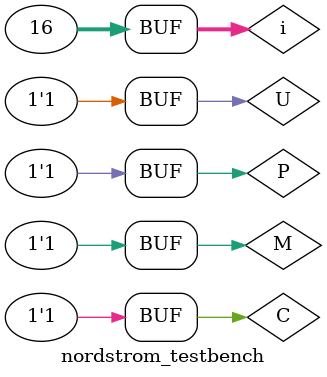
<source format=sv>
module nordstrom (
    output logic discounted, stolen
	 ,input logic U, P, C, M
	 );
	 
	 // Connect each circuit to output ports
	 assign discounted = (U & C) ^ P;
	
	 assign stolen = ~(P | M) & (~C | U);
	
endmodule  // nordstrom

module nordstrom_testbench();
    logic discounted, stolen;
	 logic U, P, C, M;
	 
	 nordstrom dut (.discounted, .stolen, .U, .P, .C, .M);
	 
	 // Run through all 16 possible inputs
	 integer i;
	 initial begin
	     for(i = 0; i <16; i++) begin
		      {U, P, C, M} = i; #10;
		  end
	 end
endmodule  // nordstrom_testbench

</source>
